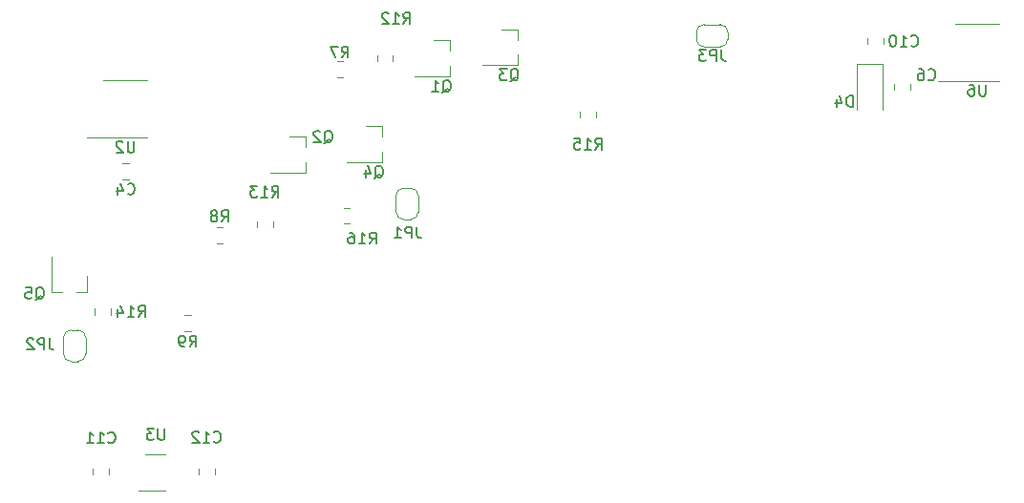
<source format=gbr>
G04 #@! TF.GenerationSoftware,KiCad,Pcbnew,(5.1.2)-1*
G04 #@! TF.CreationDate,2021-12-05T16:13:35-08:00*
G04 #@! TF.ProjectId,telemetry_transmitter,74656c65-6d65-4747-9279-5f7472616e73,rev?*
G04 #@! TF.SameCoordinates,Original*
G04 #@! TF.FileFunction,Legend,Bot*
G04 #@! TF.FilePolarity,Positive*
%FSLAX46Y46*%
G04 Gerber Fmt 4.6, Leading zero omitted, Abs format (unit mm)*
G04 Created by KiCad (PCBNEW (5.1.2)-1) date 2021-12-05 16:13:35*
%MOMM*%
%LPD*%
G04 APERTURE LIST*
%ADD10C,0.120000*%
%ADD11C,0.150000*%
G04 APERTURE END LIST*
D10*
X172300000Y-72000000D02*
X173700000Y-72000000D01*
X174400000Y-71300000D02*
X174400000Y-70700000D01*
X173700000Y-70000000D02*
X172300000Y-70000000D01*
X171600000Y-70700000D02*
X171600000Y-71300000D01*
X171600000Y-71300000D02*
G75*
G03X172300000Y-72000000I700000J0D01*
G01*
X172300000Y-70000000D02*
G75*
G03X171600000Y-70700000I0J-700000D01*
G01*
X174400000Y-70700000D02*
G75*
G03X173700000Y-70000000I-700000J0D01*
G01*
X173700000Y-72000000D02*
G75*
G03X174400000Y-71300000I0J700000D01*
G01*
X132660320Y-87958452D02*
X132660320Y-87435948D01*
X134080320Y-87958452D02*
X134080320Y-87435948D01*
X121000000Y-80060000D02*
X117550000Y-80060000D01*
X121000000Y-80060000D02*
X122950000Y-80060000D01*
X121000000Y-74940000D02*
X119050000Y-74940000D01*
X121000000Y-74940000D02*
X122950000Y-74940000D01*
X118290000Y-95213748D02*
X118290000Y-95736252D01*
X119710000Y-95213748D02*
X119710000Y-95736252D01*
X126263748Y-97210000D02*
X126786252Y-97210000D01*
X126263748Y-95790000D02*
X126786252Y-95790000D01*
X196500000Y-75060000D02*
X193050000Y-75060000D01*
X196500000Y-75060000D02*
X198450000Y-75060000D01*
X196500000Y-69940000D02*
X194550000Y-69940000D01*
X196500000Y-69940000D02*
X198450000Y-69940000D01*
X124573440Y-111329240D02*
X122123440Y-111329240D01*
X122773440Y-108109240D02*
X124573440Y-108109240D01*
X140327748Y-86259600D02*
X140850252Y-86259600D01*
X140327748Y-87679600D02*
X140850252Y-87679600D01*
X161290000Y-78261252D02*
X161290000Y-77738748D01*
X162710000Y-78261252D02*
X162710000Y-77738748D01*
X143290000Y-73261252D02*
X143290000Y-72738748D01*
X144710000Y-73261252D02*
X144710000Y-72738748D01*
X129608212Y-89406800D02*
X129085708Y-89406800D01*
X129608212Y-87986800D02*
X129085708Y-87986800D01*
X140261252Y-74710000D02*
X139738748Y-74710000D01*
X140261252Y-73290000D02*
X139738748Y-73290000D01*
X117580000Y-93760000D02*
X116650000Y-93760000D01*
X114420000Y-93760000D02*
X115350000Y-93760000D01*
X114420000Y-93760000D02*
X114420000Y-90600000D01*
X117580000Y-93760000D02*
X117580000Y-92300000D01*
X143760000Y-79024360D02*
X142300000Y-79024360D01*
X143760000Y-82184360D02*
X140600000Y-82184360D01*
X143760000Y-82184360D02*
X143760000Y-81254360D01*
X143760000Y-79024360D02*
X143760000Y-79954360D01*
X155760000Y-70420000D02*
X154300000Y-70420000D01*
X155760000Y-73580000D02*
X152600000Y-73580000D01*
X155760000Y-73580000D02*
X155760000Y-72650000D01*
X155760000Y-70420000D02*
X155760000Y-71350000D01*
X137015760Y-79974320D02*
X135555760Y-79974320D01*
X137015760Y-83134320D02*
X133855760Y-83134320D01*
X137015760Y-83134320D02*
X137015760Y-82204320D01*
X137015760Y-79974320D02*
X137015760Y-80904320D01*
X149760000Y-71420000D02*
X148300000Y-71420000D01*
X149760000Y-74580000D02*
X146600000Y-74580000D01*
X149760000Y-74580000D02*
X149760000Y-73650000D01*
X149760000Y-71420000D02*
X149760000Y-72350000D01*
X115500000Y-97800000D02*
X115500000Y-99200000D01*
X116200000Y-99900000D02*
X116800000Y-99900000D01*
X117500000Y-99200000D02*
X117500000Y-97800000D01*
X116800000Y-97100000D02*
X116200000Y-97100000D01*
X116200000Y-97100000D02*
G75*
G03X115500000Y-97800000I0J-700000D01*
G01*
X117500000Y-97800000D02*
G75*
G03X116800000Y-97100000I-700000J0D01*
G01*
X116800000Y-99900000D02*
G75*
G03X117500000Y-99200000I0J700000D01*
G01*
X115500000Y-99200000D02*
G75*
G03X116200000Y-99900000I700000J0D01*
G01*
X146975320Y-86607880D02*
X146975320Y-85207880D01*
X146275320Y-84507880D02*
X145675320Y-84507880D01*
X144975320Y-85207880D02*
X144975320Y-86607880D01*
X145675320Y-87307880D02*
X146275320Y-87307880D01*
X146275320Y-87307880D02*
G75*
G03X146975320Y-86607880I0J700000D01*
G01*
X144975320Y-86607880D02*
G75*
G03X145675320Y-87307880I700000J0D01*
G01*
X145675320Y-84507880D02*
G75*
G03X144975320Y-85207880I0J-700000D01*
G01*
X146975320Y-85207880D02*
G75*
G03X146275320Y-84507880I-700000J0D01*
G01*
X188135000Y-73527500D02*
X188135000Y-77587500D01*
X185865000Y-73527500D02*
X188135000Y-73527500D01*
X185865000Y-77587500D02*
X185865000Y-73527500D01*
X128924960Y-109390788D02*
X128924960Y-109913292D01*
X127504960Y-109390788D02*
X127504960Y-109913292D01*
X119520000Y-109373748D02*
X119520000Y-109896252D01*
X118100000Y-109373748D02*
X118100000Y-109896252D01*
X186790000Y-71761252D02*
X186790000Y-71238748D01*
X188210000Y-71761252D02*
X188210000Y-71238748D01*
X189128840Y-75786252D02*
X189128840Y-75263748D01*
X190548840Y-75786252D02*
X190548840Y-75263748D01*
X120763748Y-82290000D02*
X121286252Y-82290000D01*
X120763748Y-83710000D02*
X121286252Y-83710000D01*
D11*
X173833333Y-72252380D02*
X173833333Y-72966666D01*
X173880952Y-73109523D01*
X173976190Y-73204761D01*
X174119047Y-73252380D01*
X174214285Y-73252380D01*
X173357142Y-73252380D02*
X173357142Y-72252380D01*
X172976190Y-72252380D01*
X172880952Y-72300000D01*
X172833333Y-72347619D01*
X172785714Y-72442857D01*
X172785714Y-72585714D01*
X172833333Y-72680952D01*
X172880952Y-72728571D01*
X172976190Y-72776190D01*
X173357142Y-72776190D01*
X172452380Y-72252380D02*
X171833333Y-72252380D01*
X172166666Y-72633333D01*
X172023809Y-72633333D01*
X171928571Y-72680952D01*
X171880952Y-72728571D01*
X171833333Y-72823809D01*
X171833333Y-73061904D01*
X171880952Y-73157142D01*
X171928571Y-73204761D01*
X172023809Y-73252380D01*
X172309523Y-73252380D01*
X172404761Y-73204761D01*
X172452380Y-73157142D01*
X133982697Y-85320020D02*
X134316030Y-84843830D01*
X134554125Y-85320020D02*
X134554125Y-84320020D01*
X134173173Y-84320020D01*
X134077935Y-84367640D01*
X134030316Y-84415259D01*
X133982697Y-84510497D01*
X133982697Y-84653354D01*
X134030316Y-84748592D01*
X134077935Y-84796211D01*
X134173173Y-84843830D01*
X134554125Y-84843830D01*
X133030316Y-85320020D02*
X133601744Y-85320020D01*
X133316030Y-85320020D02*
X133316030Y-84320020D01*
X133411268Y-84462878D01*
X133506506Y-84558116D01*
X133601744Y-84605735D01*
X132696982Y-84320020D02*
X132077935Y-84320020D01*
X132411268Y-84700973D01*
X132268411Y-84700973D01*
X132173173Y-84748592D01*
X132125554Y-84796211D01*
X132077935Y-84891449D01*
X132077935Y-85129544D01*
X132125554Y-85224782D01*
X132173173Y-85272401D01*
X132268411Y-85320020D01*
X132554125Y-85320020D01*
X132649363Y-85272401D01*
X132696982Y-85224782D01*
X121761904Y-80352380D02*
X121761904Y-81161904D01*
X121714285Y-81257142D01*
X121666666Y-81304761D01*
X121571428Y-81352380D01*
X121380952Y-81352380D01*
X121285714Y-81304761D01*
X121238095Y-81257142D01*
X121190476Y-81161904D01*
X121190476Y-80352380D01*
X120761904Y-80447619D02*
X120714285Y-80400000D01*
X120619047Y-80352380D01*
X120380952Y-80352380D01*
X120285714Y-80400000D01*
X120238095Y-80447619D01*
X120190476Y-80542857D01*
X120190476Y-80638095D01*
X120238095Y-80780952D01*
X120809523Y-81352380D01*
X120190476Y-81352380D01*
X122142857Y-95952380D02*
X122476190Y-95476190D01*
X122714285Y-95952380D02*
X122714285Y-94952380D01*
X122333333Y-94952380D01*
X122238095Y-95000000D01*
X122190476Y-95047619D01*
X122142857Y-95142857D01*
X122142857Y-95285714D01*
X122190476Y-95380952D01*
X122238095Y-95428571D01*
X122333333Y-95476190D01*
X122714285Y-95476190D01*
X121190476Y-95952380D02*
X121761904Y-95952380D01*
X121476190Y-95952380D02*
X121476190Y-94952380D01*
X121571428Y-95095238D01*
X121666666Y-95190476D01*
X121761904Y-95238095D01*
X120333333Y-95285714D02*
X120333333Y-95952380D01*
X120571428Y-94904761D02*
X120809523Y-95619047D01*
X120190476Y-95619047D01*
X126691666Y-98602380D02*
X127025000Y-98126190D01*
X127263095Y-98602380D02*
X127263095Y-97602380D01*
X126882142Y-97602380D01*
X126786904Y-97650000D01*
X126739285Y-97697619D01*
X126691666Y-97792857D01*
X126691666Y-97935714D01*
X126739285Y-98030952D01*
X126786904Y-98078571D01*
X126882142Y-98126190D01*
X127263095Y-98126190D01*
X126215476Y-98602380D02*
X126025000Y-98602380D01*
X125929761Y-98554761D01*
X125882142Y-98507142D01*
X125786904Y-98364285D01*
X125739285Y-98173809D01*
X125739285Y-97792857D01*
X125786904Y-97697619D01*
X125834523Y-97650000D01*
X125929761Y-97602380D01*
X126120238Y-97602380D01*
X126215476Y-97650000D01*
X126263095Y-97697619D01*
X126310714Y-97792857D01*
X126310714Y-98030952D01*
X126263095Y-98126190D01*
X126215476Y-98173809D01*
X126120238Y-98221428D01*
X125929761Y-98221428D01*
X125834523Y-98173809D01*
X125786904Y-98126190D01*
X125739285Y-98030952D01*
X197261904Y-75352380D02*
X197261904Y-76161904D01*
X197214285Y-76257142D01*
X197166666Y-76304761D01*
X197071428Y-76352380D01*
X196880952Y-76352380D01*
X196785714Y-76304761D01*
X196738095Y-76257142D01*
X196690476Y-76161904D01*
X196690476Y-75352380D01*
X195785714Y-75352380D02*
X195976190Y-75352380D01*
X196071428Y-75400000D01*
X196119047Y-75447619D01*
X196214285Y-75590476D01*
X196261904Y-75780952D01*
X196261904Y-76161904D01*
X196214285Y-76257142D01*
X196166666Y-76304761D01*
X196071428Y-76352380D01*
X195880952Y-76352380D01*
X195785714Y-76304761D01*
X195738095Y-76257142D01*
X195690476Y-76161904D01*
X195690476Y-75923809D01*
X195738095Y-75828571D01*
X195785714Y-75780952D01*
X195880952Y-75733333D01*
X196071428Y-75733333D01*
X196166666Y-75780952D01*
X196214285Y-75828571D01*
X196261904Y-75923809D01*
X124461904Y-105852380D02*
X124461904Y-106661904D01*
X124414285Y-106757142D01*
X124366666Y-106804761D01*
X124271428Y-106852380D01*
X124080952Y-106852380D01*
X123985714Y-106804761D01*
X123938095Y-106757142D01*
X123890476Y-106661904D01*
X123890476Y-105852380D01*
X123509523Y-105852380D02*
X122890476Y-105852380D01*
X123223809Y-106233333D01*
X123080952Y-106233333D01*
X122985714Y-106280952D01*
X122938095Y-106328571D01*
X122890476Y-106423809D01*
X122890476Y-106661904D01*
X122938095Y-106757142D01*
X122985714Y-106804761D01*
X123080952Y-106852380D01*
X123366666Y-106852380D01*
X123461904Y-106804761D01*
X123509523Y-106757142D01*
X142642857Y-89452380D02*
X142976190Y-88976190D01*
X143214285Y-89452380D02*
X143214285Y-88452380D01*
X142833333Y-88452380D01*
X142738095Y-88500000D01*
X142690476Y-88547619D01*
X142642857Y-88642857D01*
X142642857Y-88785714D01*
X142690476Y-88880952D01*
X142738095Y-88928571D01*
X142833333Y-88976190D01*
X143214285Y-88976190D01*
X141690476Y-89452380D02*
X142261904Y-89452380D01*
X141976190Y-89452380D02*
X141976190Y-88452380D01*
X142071428Y-88595238D01*
X142166666Y-88690476D01*
X142261904Y-88738095D01*
X140833333Y-88452380D02*
X141023809Y-88452380D01*
X141119047Y-88500000D01*
X141166666Y-88547619D01*
X141261904Y-88690476D01*
X141309523Y-88880952D01*
X141309523Y-89261904D01*
X141261904Y-89357142D01*
X141214285Y-89404761D01*
X141119047Y-89452380D01*
X140928571Y-89452380D01*
X140833333Y-89404761D01*
X140785714Y-89357142D01*
X140738095Y-89261904D01*
X140738095Y-89023809D01*
X140785714Y-88928571D01*
X140833333Y-88880952D01*
X140928571Y-88833333D01*
X141119047Y-88833333D01*
X141214285Y-88880952D01*
X141261904Y-88928571D01*
X141309523Y-89023809D01*
X162642857Y-81088900D02*
X162976190Y-80612710D01*
X163214285Y-81088900D02*
X163214285Y-80088900D01*
X162833333Y-80088900D01*
X162738095Y-80136520D01*
X162690476Y-80184139D01*
X162642857Y-80279377D01*
X162642857Y-80422234D01*
X162690476Y-80517472D01*
X162738095Y-80565091D01*
X162833333Y-80612710D01*
X163214285Y-80612710D01*
X161690476Y-81088900D02*
X162261904Y-81088900D01*
X161976190Y-81088900D02*
X161976190Y-80088900D01*
X162071428Y-80231758D01*
X162166666Y-80326996D01*
X162261904Y-80374615D01*
X160785714Y-80088900D02*
X161261904Y-80088900D01*
X161309523Y-80565091D01*
X161261904Y-80517472D01*
X161166666Y-80469853D01*
X160928571Y-80469853D01*
X160833333Y-80517472D01*
X160785714Y-80565091D01*
X160738095Y-80660329D01*
X160738095Y-80898424D01*
X160785714Y-80993662D01*
X160833333Y-81041281D01*
X160928571Y-81088900D01*
X161166666Y-81088900D01*
X161261904Y-81041281D01*
X161309523Y-80993662D01*
X145642857Y-69952380D02*
X145976190Y-69476190D01*
X146214285Y-69952380D02*
X146214285Y-68952380D01*
X145833333Y-68952380D01*
X145738095Y-69000000D01*
X145690476Y-69047619D01*
X145642857Y-69142857D01*
X145642857Y-69285714D01*
X145690476Y-69380952D01*
X145738095Y-69428571D01*
X145833333Y-69476190D01*
X146214285Y-69476190D01*
X144690476Y-69952380D02*
X145261904Y-69952380D01*
X144976190Y-69952380D02*
X144976190Y-68952380D01*
X145071428Y-69095238D01*
X145166666Y-69190476D01*
X145261904Y-69238095D01*
X144309523Y-69047619D02*
X144261904Y-69000000D01*
X144166666Y-68952380D01*
X143928571Y-68952380D01*
X143833333Y-69000000D01*
X143785714Y-69047619D01*
X143738095Y-69142857D01*
X143738095Y-69238095D01*
X143785714Y-69380952D01*
X144357142Y-69952380D01*
X143738095Y-69952380D01*
X129513626Y-87499180D02*
X129846960Y-87022990D01*
X130085055Y-87499180D02*
X130085055Y-86499180D01*
X129704102Y-86499180D01*
X129608864Y-86546800D01*
X129561245Y-86594419D01*
X129513626Y-86689657D01*
X129513626Y-86832514D01*
X129561245Y-86927752D01*
X129608864Y-86975371D01*
X129704102Y-87022990D01*
X130085055Y-87022990D01*
X128942198Y-86927752D02*
X129037436Y-86880133D01*
X129085055Y-86832514D01*
X129132674Y-86737276D01*
X129132674Y-86689657D01*
X129085055Y-86594419D01*
X129037436Y-86546800D01*
X128942198Y-86499180D01*
X128751721Y-86499180D01*
X128656483Y-86546800D01*
X128608864Y-86594419D01*
X128561245Y-86689657D01*
X128561245Y-86737276D01*
X128608864Y-86832514D01*
X128656483Y-86880133D01*
X128751721Y-86927752D01*
X128942198Y-86927752D01*
X129037436Y-86975371D01*
X129085055Y-87022990D01*
X129132674Y-87118228D01*
X129132674Y-87308704D01*
X129085055Y-87403942D01*
X129037436Y-87451561D01*
X128942198Y-87499180D01*
X128751721Y-87499180D01*
X128656483Y-87451561D01*
X128608864Y-87403942D01*
X128561245Y-87308704D01*
X128561245Y-87118228D01*
X128608864Y-87022990D01*
X128656483Y-86975371D01*
X128751721Y-86927752D01*
X140166666Y-72952380D02*
X140500000Y-72476190D01*
X140738095Y-72952380D02*
X140738095Y-71952380D01*
X140357142Y-71952380D01*
X140261904Y-72000000D01*
X140214285Y-72047619D01*
X140166666Y-72142857D01*
X140166666Y-72285714D01*
X140214285Y-72380952D01*
X140261904Y-72428571D01*
X140357142Y-72476190D01*
X140738095Y-72476190D01*
X139833333Y-71952380D02*
X139166666Y-71952380D01*
X139595238Y-72952380D01*
X113026918Y-94426459D02*
X113122156Y-94378840D01*
X113217394Y-94283601D01*
X113360251Y-94140744D01*
X113455489Y-94093125D01*
X113550727Y-94093125D01*
X113503108Y-94331220D02*
X113598346Y-94283601D01*
X113693584Y-94188363D01*
X113741203Y-93997887D01*
X113741203Y-93664554D01*
X113693584Y-93474078D01*
X113598346Y-93378840D01*
X113503108Y-93331220D01*
X113312632Y-93331220D01*
X113217394Y-93378840D01*
X113122156Y-93474078D01*
X113074537Y-93664554D01*
X113074537Y-93997887D01*
X113122156Y-94188363D01*
X113217394Y-94283601D01*
X113312632Y-94331220D01*
X113503108Y-94331220D01*
X112169775Y-93331220D02*
X112645965Y-93331220D01*
X112693584Y-93807411D01*
X112645965Y-93759792D01*
X112550727Y-93712173D01*
X112312632Y-93712173D01*
X112217394Y-93759792D01*
X112169775Y-93807411D01*
X112122156Y-93902649D01*
X112122156Y-94140744D01*
X112169775Y-94235982D01*
X112217394Y-94283601D01*
X112312632Y-94331220D01*
X112550727Y-94331220D01*
X112645965Y-94283601D01*
X112693584Y-94235982D01*
X143095238Y-83651979D02*
X143190476Y-83604360D01*
X143285714Y-83509121D01*
X143428571Y-83366264D01*
X143523809Y-83318645D01*
X143619047Y-83318645D01*
X143571428Y-83556740D02*
X143666666Y-83509121D01*
X143761904Y-83413883D01*
X143809523Y-83223407D01*
X143809523Y-82890074D01*
X143761904Y-82699598D01*
X143666666Y-82604360D01*
X143571428Y-82556740D01*
X143380952Y-82556740D01*
X143285714Y-82604360D01*
X143190476Y-82699598D01*
X143142857Y-82890074D01*
X143142857Y-83223407D01*
X143190476Y-83413883D01*
X143285714Y-83509121D01*
X143380952Y-83556740D01*
X143571428Y-83556740D01*
X142285714Y-82890074D02*
X142285714Y-83556740D01*
X142523809Y-82509121D02*
X142761904Y-83223407D01*
X142142857Y-83223407D01*
X155095238Y-75047619D02*
X155190476Y-75000000D01*
X155285714Y-74904761D01*
X155428571Y-74761904D01*
X155523809Y-74714285D01*
X155619047Y-74714285D01*
X155571428Y-74952380D02*
X155666666Y-74904761D01*
X155761904Y-74809523D01*
X155809523Y-74619047D01*
X155809523Y-74285714D01*
X155761904Y-74095238D01*
X155666666Y-74000000D01*
X155571428Y-73952380D01*
X155380952Y-73952380D01*
X155285714Y-74000000D01*
X155190476Y-74095238D01*
X155142857Y-74285714D01*
X155142857Y-74619047D01*
X155190476Y-74809523D01*
X155285714Y-74904761D01*
X155380952Y-74952380D01*
X155571428Y-74952380D01*
X154809523Y-73952380D02*
X154190476Y-73952380D01*
X154523809Y-74333333D01*
X154380952Y-74333333D01*
X154285714Y-74380952D01*
X154238095Y-74428571D01*
X154190476Y-74523809D01*
X154190476Y-74761904D01*
X154238095Y-74857142D01*
X154285714Y-74904761D01*
X154380952Y-74952380D01*
X154666666Y-74952380D01*
X154761904Y-74904761D01*
X154809523Y-74857142D01*
X138595238Y-80547619D02*
X138690476Y-80500000D01*
X138785714Y-80404761D01*
X138928571Y-80261904D01*
X139023809Y-80214285D01*
X139119047Y-80214285D01*
X139071428Y-80452380D02*
X139166666Y-80404761D01*
X139261904Y-80309523D01*
X139309523Y-80119047D01*
X139309523Y-79785714D01*
X139261904Y-79595238D01*
X139166666Y-79500000D01*
X139071428Y-79452380D01*
X138880952Y-79452380D01*
X138785714Y-79500000D01*
X138690476Y-79595238D01*
X138642857Y-79785714D01*
X138642857Y-80119047D01*
X138690476Y-80309523D01*
X138785714Y-80404761D01*
X138880952Y-80452380D01*
X139071428Y-80452380D01*
X138261904Y-79547619D02*
X138214285Y-79500000D01*
X138119047Y-79452380D01*
X137880952Y-79452380D01*
X137785714Y-79500000D01*
X137738095Y-79547619D01*
X137690476Y-79642857D01*
X137690476Y-79738095D01*
X137738095Y-79880952D01*
X138309523Y-80452380D01*
X137690476Y-80452380D01*
X149095238Y-76047619D02*
X149190476Y-76000000D01*
X149285714Y-75904761D01*
X149428571Y-75761904D01*
X149523809Y-75714285D01*
X149619047Y-75714285D01*
X149571428Y-75952380D02*
X149666666Y-75904761D01*
X149761904Y-75809523D01*
X149809523Y-75619047D01*
X149809523Y-75285714D01*
X149761904Y-75095238D01*
X149666666Y-75000000D01*
X149571428Y-74952380D01*
X149380952Y-74952380D01*
X149285714Y-75000000D01*
X149190476Y-75095238D01*
X149142857Y-75285714D01*
X149142857Y-75619047D01*
X149190476Y-75809523D01*
X149285714Y-75904761D01*
X149380952Y-75952380D01*
X149571428Y-75952380D01*
X148190476Y-75952380D02*
X148761904Y-75952380D01*
X148476190Y-75952380D02*
X148476190Y-74952380D01*
X148571428Y-75095238D01*
X148666666Y-75190476D01*
X148761904Y-75238095D01*
X114275173Y-97840620D02*
X114275173Y-98554906D01*
X114322792Y-98697763D01*
X114418030Y-98793001D01*
X114560887Y-98840620D01*
X114656125Y-98840620D01*
X113798982Y-98840620D02*
X113798982Y-97840620D01*
X113418030Y-97840620D01*
X113322792Y-97888240D01*
X113275173Y-97935859D01*
X113227554Y-98031097D01*
X113227554Y-98173954D01*
X113275173Y-98269192D01*
X113322792Y-98316811D01*
X113418030Y-98364430D01*
X113798982Y-98364430D01*
X112846601Y-97935859D02*
X112798982Y-97888240D01*
X112703744Y-97840620D01*
X112465649Y-97840620D01*
X112370411Y-97888240D01*
X112322792Y-97935859D01*
X112275173Y-98031097D01*
X112275173Y-98126335D01*
X112322792Y-98269192D01*
X112894220Y-98840620D01*
X112275173Y-98840620D01*
X146833333Y-87952380D02*
X146833333Y-88666666D01*
X146880952Y-88809523D01*
X146976190Y-88904761D01*
X147119047Y-88952380D01*
X147214285Y-88952380D01*
X146357142Y-88952380D02*
X146357142Y-87952380D01*
X145976190Y-87952380D01*
X145880952Y-88000000D01*
X145833333Y-88047619D01*
X145785714Y-88142857D01*
X145785714Y-88285714D01*
X145833333Y-88380952D01*
X145880952Y-88428571D01*
X145976190Y-88476190D01*
X146357142Y-88476190D01*
X144833333Y-88952380D02*
X145404761Y-88952380D01*
X145119047Y-88952380D02*
X145119047Y-87952380D01*
X145214285Y-88095238D01*
X145309523Y-88190476D01*
X145404761Y-88238095D01*
X185462255Y-77309500D02*
X185462255Y-76309500D01*
X185224160Y-76309500D01*
X185081302Y-76357120D01*
X184986064Y-76452358D01*
X184938445Y-76547596D01*
X184890826Y-76738072D01*
X184890826Y-76880929D01*
X184938445Y-77071405D01*
X184986064Y-77166643D01*
X185081302Y-77261881D01*
X185224160Y-77309500D01*
X185462255Y-77309500D01*
X184033683Y-76642834D02*
X184033683Y-77309500D01*
X184271779Y-76261881D02*
X184509874Y-76976167D01*
X183890826Y-76976167D01*
X128842577Y-106991662D02*
X128890196Y-107039281D01*
X129033053Y-107086900D01*
X129128291Y-107086900D01*
X129271148Y-107039281D01*
X129366386Y-106944043D01*
X129414005Y-106848805D01*
X129461624Y-106658329D01*
X129461624Y-106515472D01*
X129414005Y-106324996D01*
X129366386Y-106229758D01*
X129271148Y-106134520D01*
X129128291Y-106086900D01*
X129033053Y-106086900D01*
X128890196Y-106134520D01*
X128842577Y-106182139D01*
X127890196Y-107086900D02*
X128461624Y-107086900D01*
X128175910Y-107086900D02*
X128175910Y-106086900D01*
X128271148Y-106229758D01*
X128366386Y-106324996D01*
X128461624Y-106372615D01*
X127509243Y-106182139D02*
X127461624Y-106134520D01*
X127366386Y-106086900D01*
X127128291Y-106086900D01*
X127033053Y-106134520D01*
X126985434Y-106182139D01*
X126937815Y-106277377D01*
X126937815Y-106372615D01*
X126985434Y-106515472D01*
X127556862Y-107086900D01*
X126937815Y-107086900D01*
X119478257Y-107059822D02*
X119525876Y-107107441D01*
X119668733Y-107155060D01*
X119763971Y-107155060D01*
X119906828Y-107107441D01*
X120002066Y-107012203D01*
X120049685Y-106916965D01*
X120097304Y-106726489D01*
X120097304Y-106583632D01*
X120049685Y-106393156D01*
X120002066Y-106297918D01*
X119906828Y-106202680D01*
X119763971Y-106155060D01*
X119668733Y-106155060D01*
X119525876Y-106202680D01*
X119478257Y-106250299D01*
X118525876Y-107155060D02*
X119097304Y-107155060D01*
X118811590Y-107155060D02*
X118811590Y-106155060D01*
X118906828Y-106297918D01*
X119002066Y-106393156D01*
X119097304Y-106440775D01*
X117573495Y-107155060D02*
X118144923Y-107155060D01*
X117859209Y-107155060D02*
X117859209Y-106155060D01*
X117954447Y-106297918D01*
X118049685Y-106393156D01*
X118144923Y-106440775D01*
X190642857Y-71857142D02*
X190690476Y-71904761D01*
X190833333Y-71952380D01*
X190928571Y-71952380D01*
X191071428Y-71904761D01*
X191166666Y-71809523D01*
X191214285Y-71714285D01*
X191261904Y-71523809D01*
X191261904Y-71380952D01*
X191214285Y-71190476D01*
X191166666Y-71095238D01*
X191071428Y-71000000D01*
X190928571Y-70952380D01*
X190833333Y-70952380D01*
X190690476Y-71000000D01*
X190642857Y-71047619D01*
X189690476Y-71952380D02*
X190261904Y-71952380D01*
X189976190Y-71952380D02*
X189976190Y-70952380D01*
X190071428Y-71095238D01*
X190166666Y-71190476D01*
X190261904Y-71238095D01*
X189071428Y-70952380D02*
X188976190Y-70952380D01*
X188880952Y-71000000D01*
X188833333Y-71047619D01*
X188785714Y-71142857D01*
X188738095Y-71333333D01*
X188738095Y-71571428D01*
X188785714Y-71761904D01*
X188833333Y-71857142D01*
X188880952Y-71904761D01*
X188976190Y-71952380D01*
X189071428Y-71952380D01*
X189166666Y-71904761D01*
X189214285Y-71857142D01*
X189261904Y-71761904D01*
X189309523Y-71571428D01*
X189309523Y-71333333D01*
X189261904Y-71142857D01*
X189214285Y-71047619D01*
X189166666Y-71000000D01*
X189071428Y-70952380D01*
X192166666Y-74857142D02*
X192214285Y-74904761D01*
X192357142Y-74952380D01*
X192452380Y-74952380D01*
X192595238Y-74904761D01*
X192690476Y-74809523D01*
X192738095Y-74714285D01*
X192785714Y-74523809D01*
X192785714Y-74380952D01*
X192738095Y-74190476D01*
X192690476Y-74095238D01*
X192595238Y-74000000D01*
X192452380Y-73952380D01*
X192357142Y-73952380D01*
X192214285Y-74000000D01*
X192166666Y-74047619D01*
X191309523Y-73952380D02*
X191500000Y-73952380D01*
X191595238Y-74000000D01*
X191642857Y-74047619D01*
X191738095Y-74190476D01*
X191785714Y-74380952D01*
X191785714Y-74761904D01*
X191738095Y-74857142D01*
X191690476Y-74904761D01*
X191595238Y-74952380D01*
X191404761Y-74952380D01*
X191309523Y-74904761D01*
X191261904Y-74857142D01*
X191214285Y-74761904D01*
X191214285Y-74523809D01*
X191261904Y-74428571D01*
X191309523Y-74380952D01*
X191404761Y-74333333D01*
X191595238Y-74333333D01*
X191690476Y-74380952D01*
X191738095Y-74428571D01*
X191785714Y-74523809D01*
X121191666Y-85007142D02*
X121239285Y-85054761D01*
X121382142Y-85102380D01*
X121477380Y-85102380D01*
X121620238Y-85054761D01*
X121715476Y-84959523D01*
X121763095Y-84864285D01*
X121810714Y-84673809D01*
X121810714Y-84530952D01*
X121763095Y-84340476D01*
X121715476Y-84245238D01*
X121620238Y-84150000D01*
X121477380Y-84102380D01*
X121382142Y-84102380D01*
X121239285Y-84150000D01*
X121191666Y-84197619D01*
X120334523Y-84435714D02*
X120334523Y-85102380D01*
X120572619Y-84054761D02*
X120810714Y-84769047D01*
X120191666Y-84769047D01*
M02*

</source>
